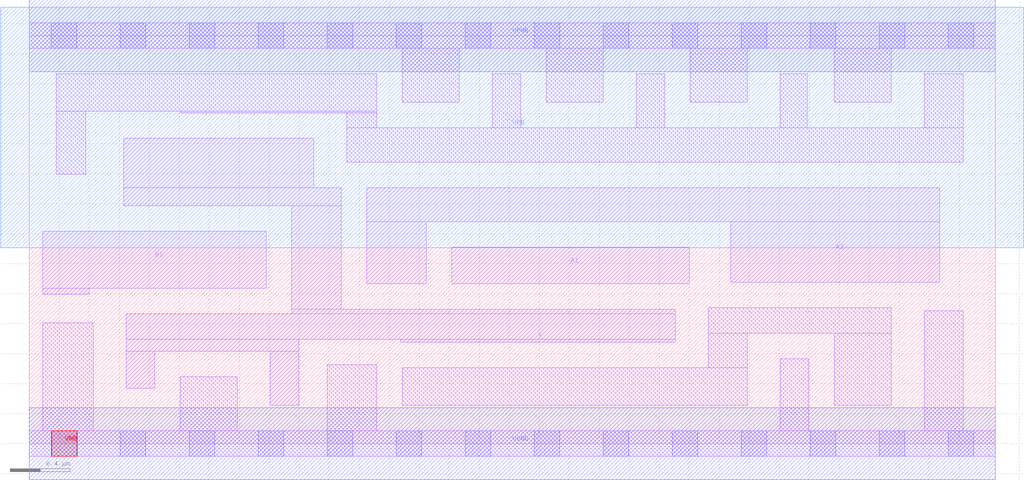
<source format=lef>
# Copyright 2020 The SkyWater PDK Authors
#
# Licensed under the Apache License, Version 2.0 (the "License");
# you may not use this file except in compliance with the License.
# You may obtain a copy of the License at
#
#     https://www.apache.org/licenses/LICENSE-2.0
#
# Unless required by applicable law or agreed to in writing, software
# distributed under the License is distributed on an "AS IS" BASIS,
# WITHOUT WARRANTIES OR CONDITIONS OF ANY KIND, either express or implied.
# See the License for the specific language governing permissions and
# limitations under the License.
#
# SPDX-License-Identifier: Apache-2.0

VERSION 5.7 ;
  NOWIREEXTENSIONATPIN ON ;
  DIVIDERCHAR "/" ;
  BUSBITCHARS "[]" ;
PROPERTYDEFINITIONS
  MACRO maskLayoutSubType STRING ;
  MACRO prCellType STRING ;
  MACRO originalViewName STRING ;
END PROPERTYDEFINITIONS
MACRO sky130_fd_sc_hdll__a21oi_4
  CLASS CORE ;
  FOREIGN sky130_fd_sc_hdll__a21oi_4 ;
  ORIGIN  0.000000  0.000000 ;
  SIZE  6.440000 BY  2.720000 ;
  SYMMETRY X Y R90 ;
  SITE unithd ;
  PIN A1
    ANTENNAGATEAREA  1.110000 ;
    DIRECTION INPUT ;
    USE SIGNAL ;
    PORT
      LAYER li1 ;
        RECT 2.815000 1.065000 4.400000 1.310000 ;
    END
  END A1
  PIN A2
    ANTENNAGATEAREA  1.110000 ;
    DIRECTION INPUT ;
    USE SIGNAL ;
    PORT
      LAYER li1 ;
        RECT 2.250000 1.065000 2.645000 1.480000 ;
        RECT 2.250000 1.480000 6.070000 1.705000 ;
        RECT 4.675000 1.075000 6.070000 1.480000 ;
    END
  END A2
  PIN B1
    ANTENNAGATEAREA  1.110000 ;
    DIRECTION INPUT ;
    USE SIGNAL ;
    PORT
      LAYER li1 ;
        RECT 0.090000 0.995000 0.400000 1.035000 ;
        RECT 0.090000 1.035000 1.580000 1.415000 ;
    END
  END B1
  PIN Y
    ANTENNADIFFAREA  1.523000 ;
    DIRECTION OUTPUT ;
    USE SIGNAL ;
    PORT
      LAYER li1 ;
        RECT 0.630000 1.585000 2.080000 1.705000 ;
        RECT 0.630000 1.705000 1.895000 2.035000 ;
        RECT 0.645000 0.370000 0.835000 0.615000 ;
        RECT 0.645000 0.615000 1.795000 0.695000 ;
        RECT 0.645000 0.695000 4.305000 0.865000 ;
        RECT 1.605000 0.255000 1.795000 0.615000 ;
        RECT 1.750000 0.865000 4.305000 0.895000 ;
        RECT 1.750000 0.895000 2.080000 1.585000 ;
        RECT 2.475000 0.675000 4.305000 0.695000 ;
    END
  END Y
  PIN VGND
    DIRECTION INOUT ;
    USE GROUND ;
    PORT
      LAYER met1 ;
        RECT 0.000000 -0.240000 6.440000 0.240000 ;
    END
  END VGND
  PIN VNB
    DIRECTION INOUT ;
    USE GROUND ;
    PORT
      LAYER pwell ;
        RECT 0.150000 -0.085000 0.320000 0.085000 ;
    END
  END VNB
  PIN VPB
    DIRECTION INOUT ;
    USE POWER ;
    PORT
      LAYER nwell ;
        RECT -0.190000 1.305000 6.630000 2.910000 ;
    END
  END VPB
  PIN VPWR
    DIRECTION INOUT ;
    USE POWER ;
    PORT
      LAYER met1 ;
        RECT 0.000000 2.480000 6.440000 2.960000 ;
    END
  END VPWR
  OBS
    LAYER li1 ;
      RECT 0.000000 -0.085000 6.440000 0.085000 ;
      RECT 0.000000  2.635000 6.440000 2.805000 ;
      RECT 0.090000  0.085000 0.425000 0.805000 ;
      RECT 0.180000  1.795000 0.375000 2.215000 ;
      RECT 0.180000  2.215000 2.315000 2.465000 ;
      RECT 1.005000  0.085000 1.385000 0.445000 ;
      RECT 1.005000  2.205000 2.315000 2.215000 ;
      RECT 1.985000  0.085000 2.315000 0.525000 ;
      RECT 2.115000  1.875000 6.225000 2.105000 ;
      RECT 2.115000  2.105000 2.315000 2.205000 ;
      RECT 2.485000  0.255000 4.785000 0.505000 ;
      RECT 2.485000  2.275000 2.865000 2.635000 ;
      RECT 3.085000  2.105000 3.275000 2.465000 ;
      RECT 3.445000  2.275000 3.825000 2.635000 ;
      RECT 4.045000  2.105000 4.235000 2.465000 ;
      RECT 4.405000  2.275000 4.785000 2.635000 ;
      RECT 4.525000  0.505000 4.785000 0.735000 ;
      RECT 4.525000  0.735000 5.745000 0.905000 ;
      RECT 5.005000  0.085000 5.195000 0.565000 ;
      RECT 5.005000  2.105000 5.185000 2.465000 ;
      RECT 5.365000  0.255000 5.745000 0.735000 ;
      RECT 5.365000  2.275000 5.745000 2.635000 ;
      RECT 5.965000  0.085000 6.225000 0.885000 ;
      RECT 5.965000  2.105000 6.225000 2.465000 ;
    LAYER mcon ;
      RECT 0.145000 -0.085000 0.315000 0.085000 ;
      RECT 0.145000  2.635000 0.315000 2.805000 ;
      RECT 0.605000 -0.085000 0.775000 0.085000 ;
      RECT 0.605000  2.635000 0.775000 2.805000 ;
      RECT 1.065000 -0.085000 1.235000 0.085000 ;
      RECT 1.065000  2.635000 1.235000 2.805000 ;
      RECT 1.525000 -0.085000 1.695000 0.085000 ;
      RECT 1.525000  2.635000 1.695000 2.805000 ;
      RECT 1.985000 -0.085000 2.155000 0.085000 ;
      RECT 1.985000  2.635000 2.155000 2.805000 ;
      RECT 2.445000 -0.085000 2.615000 0.085000 ;
      RECT 2.445000  2.635000 2.615000 2.805000 ;
      RECT 2.905000 -0.085000 3.075000 0.085000 ;
      RECT 2.905000  2.635000 3.075000 2.805000 ;
      RECT 3.365000 -0.085000 3.535000 0.085000 ;
      RECT 3.365000  2.635000 3.535000 2.805000 ;
      RECT 3.825000 -0.085000 3.995000 0.085000 ;
      RECT 3.825000  2.635000 3.995000 2.805000 ;
      RECT 4.285000 -0.085000 4.455000 0.085000 ;
      RECT 4.285000  2.635000 4.455000 2.805000 ;
      RECT 4.745000 -0.085000 4.915000 0.085000 ;
      RECT 4.745000  2.635000 4.915000 2.805000 ;
      RECT 5.205000 -0.085000 5.375000 0.085000 ;
      RECT 5.205000  2.635000 5.375000 2.805000 ;
      RECT 5.665000 -0.085000 5.835000 0.085000 ;
      RECT 5.665000  2.635000 5.835000 2.805000 ;
      RECT 6.125000 -0.085000 6.295000 0.085000 ;
      RECT 6.125000  2.635000 6.295000 2.805000 ;
  END
  PROPERTY maskLayoutSubType "abstract" ;
  PROPERTY prCellType "standard" ;
  PROPERTY originalViewName "layout" ;
END sky130_fd_sc_hdll__a21oi_4
END LIBRARY

</source>
